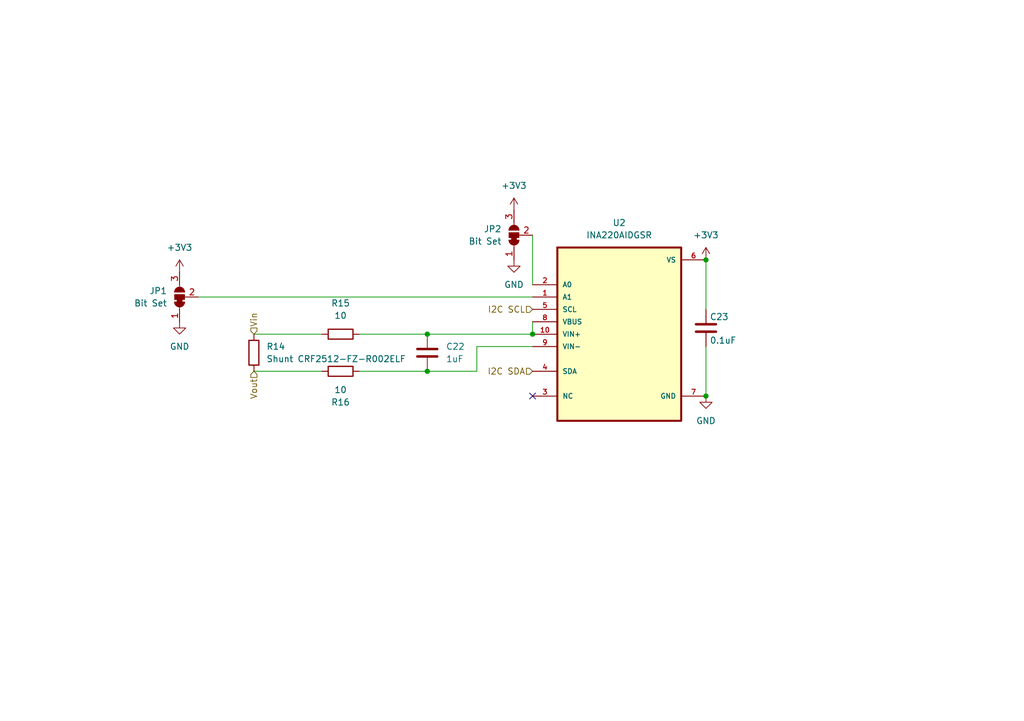
<source format=kicad_sch>
(kicad_sch (version 20231120) (generator "eeschema") (generator_version "8.0")
  (paper "A5")
  (lib_symbols
    (symbol "Current Sense:INA220AIDGSR" (pin_names (offset 1.016))
      (property "Reference" "U6" (at 0 22.86 0))
      (property "Value" "INA220AIDGSR" (at 0 20.32 0))
      (symbol "INA220AIDGSR_0_0"
        (rectangle (start -12.7 -17.78) (end 12.7 17.78) (stroke (width 0.41)) (fill (type background)))
        (pin input line (at -17.78 7.62 0) (length 5.08) (name "A1") (number "1"))
        (pin input line (at -17.78 0 0) (length 5.08) (name "VIN+") (number "10"))
        (pin input line (at -17.78 10.16 0) (length 5.08) (name "A0") (number "2"))
        (pin bidirectional line (at -17.78 -7.62 0) (length 5.08) (name "SDA") (number "4"))
        (pin input line (at -17.78 5.08 0) (length 5.08) (name "SCL") (number "5"))
        (pin power_in line (at 17.78 15.24 180) (length 5.08) (name "VS") (number "6"))
        (pin power_in line (at 17.78 -12.7 180) (length 5.08) (name "GND") (number "7"))
        (pin input line (at -17.78 2.54 0) (length 5.08) (name "VBUS") (number "8"))
        (pin input line (at -17.78 -2.54 0) (length 5.08) (name "VIN-") (number "9"))
      )
      (symbol "INA220AIDGSR_1_1"
        (pin input line (at -17.78 -12.7 0) (length 5.08) (name "NC") (number "3"))
      )
    )
    (symbol "Device:C" (pin_numbers hide) (pin_names (offset 0.254))
      (property "Reference" "C" (at 0.635 2.54 0))
      (property "Value" "C" (at 0.635 -2.54 0))
      (symbol "C_0_1"
        (polyline (pts (xy -2.032 -0.762) (xy 2.032 -0.762)) (stroke (width 0.508)))
        (polyline (pts (xy -2.032 0.762) (xy 2.032 0.762)) (stroke (width 0.508)))
      )
      (symbol "C_1_1"
        (pin passive line (at 0 3.81 270) (length 2.794) (name "~") (number "1"))
        (pin passive line (at 0 -3.81 90) (length 2.794) (name "~") (number "2"))
      )
    )
    (symbol "Device:R" (pin_numbers hide) (pin_names (offset 0))
      (property "Reference" "R" (at 2.032 0 90))
      (property "Value" "R" (at 0 0 90))
      (symbol "R_0_1"
        (rectangle (start -1.016 -2.54) (end 1.016 2.54) (stroke (width 0.254)))
      )
      (symbol "R_1_1"
        (pin passive line (at 0 3.81 270) (length 1.27) (name "~") (number "1"))
        (pin passive line (at 0 -3.81 90) (length 1.27) (name "~") (number "2"))
      )
    )
    (symbol "Jumper:SolderJumper_3_Bridged12" (pin_names (offset 0) hide) (exclude_from_sim yes) (in_bom no)
      (property "Reference" "JP" (at -2.54 -2.54 0))
      (property "Value" "SolderJumper_3_Bridged12" (at 0 2.794 0))
      (symbol "SolderJumper_3_Bridged12_0_1"
        (rectangle (start -1.016 0.508) (end -0.508 -0.508) (fill (type outline)))
        (arc (start -1.016 1.016) (mid -2.0276 0) (end -1.016 -1.016))
        (arc (start -1.016 1.016) (mid -2.0276 0) (end -1.016 -1.016) (fill (type outline)))
        (rectangle (start -0.508 1.016) (end 0.508 -1.016) (fill (type outline)))
        (polyline (pts (xy -2.54 0) (xy -2.032 0)))
        (polyline (pts (xy -1.016 1.016) (xy -1.016 -1.016)))
        (polyline (pts (xy 0 -1.27) (xy 0 -1.016)))
        (polyline (pts (xy 1.016 1.016) (xy 1.016 -1.016)))
        (polyline (pts (xy 2.54 0) (xy 2.032 0)))
        (arc (start 1.016 -1.016) (mid 2.0276 0) (end 1.016 1.016))
        (arc (start 1.016 -1.016) (mid 2.0276 0) (end 1.016 1.016) (fill (type outline)))
      )
      (symbol "SolderJumper_3_Bridged12_1_1"
        (pin passive line (at -5.08 0 0) (length 2.54) (name "A") (number "1"))
        (pin passive line (at 0 -3.81 90) (length 2.54) (name "C") (number "2"))
        (pin passive line (at 5.08 0 180) (length 2.54) (name "B") (number "3"))
      )
    )
    (symbol "power:+3V3" (power) (pin_numbers hide) (pin_names (offset 0) hide)
      (property "Value" "+3V3" (at 0 3.556 0))
      (symbol "+3V3_0_1"
        (polyline (pts (xy -0.762 1.27) (xy 0 2.54)))
        (polyline (pts (xy 0 0) (xy 0 2.54)))
        (polyline (pts (xy 0 2.54) (xy 0.762 1.27)))
      )
      (symbol "+3V3_1_1"
        (pin power_in line (at 0 0 90) (length 0) (name "~") (number "1"))
      )
    )
    (symbol "power:GND" (power) (pin_numbers hide) (pin_names (offset 0) hide)
      (property "Value" "GND" (at 0 -3.81 0))
      (symbol "GND_0_1"
        (polyline (pts (xy 0 0) (xy 0 -1.27) (xy 1.27 -1.27) (xy 0 -2.54) (xy -1.27 -1.27) (xy 0 -1.27)))
      )
      (symbol "GND_1_1"
        (pin power_in line (at 0 0 270) (length 0) (name "~") (number "1"))
      )
    )
  )
  (junction (at 109.22 68.58))
  (junction (at 144.78 53.34))
  (junction (at 87.63 68.58))
  (junction (at 144.78 81.28))
  (junction (at 87.63 76.2))
  (no_connect (at 109.22 81.28))
  (wire (pts (xy 144.78 53.34) (xy 144.78 63.5)))
  (wire (pts (xy 144.78 71.12) (xy 144.78 81.28)))
  (wire (pts (xy 87.63 76.2) (xy 97.79 76.2)))
  (wire (pts (xy 109.22 66.04) (xy 109.22 68.58)))
  (wire (pts (xy 109.22 48.26) (xy 109.22 58.42)))
  (wire (pts (xy 109.22 68.58) (xy 87.63 68.58)))
  (wire (pts (xy 52.07 68.58) (xy 66.04 68.58)))
  (wire (pts (xy 52.07 76.2) (xy 66.04 76.2)))
  (wire (pts (xy 97.79 71.12) (xy 109.22 71.12)))
  (wire (pts (xy 97.79 76.2) (xy 97.79 71.12)))
  (wire (pts (xy 40.64 60.96) (xy 109.22 60.96)))
  (wire (pts (xy 73.66 68.58) (xy 87.63 68.58)))
  (wire (pts (xy 73.66 76.2) (xy 87.63 76.2)))
  (hierarchical_label "I2C SDA" (shape input) (at 109.22 76.2 180))
  (hierarchical_label "I2C SCL" (shape input) (at 109.22 63.5 180))
  (hierarchical_label "Vout" (shape input) (at 52.07 76.2 270))
  (hierarchical_label "Vin" (shape input) (at 52.07 68.58 90))
  (symbol (lib_id "power:GND") (at 105.41 53.34 0) (unit 1)
    (property "Reference" "#PWR020" (effects (hide yes)))
    (property "Value" "GND" (at 105.41 58.42 0))
    (property "Description" "Power symbol creates a global label with name \"GND\" , ground" (effects (hide yes)))
  )
  (symbol (lib_id "Jumper:SolderJumper_3_Bridged12") (at 36.83 60.96 90) (unit 1) (exclude_from_sim yes) (in_bom no)
    (property "Reference" "JP1" (at 34.29 59.6899 90) (effects (justify left)))
    (property "Value" "Bit Set" (at 34.29 62.2299 90) (effects (justify left)))
    (property "Footprint" "Jumper:SolderJumper-3_P1.3mm_Bridged2Bar12_RoundedPad1.0x1.5mm" (effects (hide yes)))
    (property "Description" "3-pole Solder Jumper, pins 1+2 closed/bridged" (effects (hide yes)))
  )
  (symbol (lib_id "Jumper:SolderJumper_3_Bridged12") (at 105.41 48.26 90) (unit 1) (exclude_from_sim yes) (in_bom no)
    (property "Reference" "JP2" (at 102.87 46.9899 90) (effects (justify left)))
    (property "Value" "Bit Set" (at 102.87 49.5299 90) (effects (justify left)))
    (property "Footprint" "Jumper:SolderJumper-3_P1.3mm_Bridged2Bar12_RoundedPad1.0x1.5mm" (effects (hide yes)))
    (property "Description" "3-pole Solder Jumper, pins 1+2 closed/bridged" (effects (hide yes)))
  )
  (symbol (lib_id "power:+3V3") (at 36.83 55.88 0) (unit 1)
    (property "Reference" "#PWR017" (effects (hide yes)))
    (property "Value" "+3V3" (at 36.83 50.8 0))
    (property "Description" "Power symbol creates a global label with name \"+3V3\"" (effects (hide yes)))
  )
  (symbol (lib_id "Current Sense:INA220AIDGSR") (at 127 68.58 0) (unit 1)
    (property "Reference" "U2" (at 127 45.72 0))
    (property "Value" "INA220AIDGSR" (at 127 48.26 0))
    (property "Footprint" "INA220:SOP50P490X110-10N" (effects (hide yes)))
  )
  (symbol (lib_id "Device:C") (at 144.78 67.31 0) (unit 1)
    (property "Reference" "C23" (at 145.542 65.024 0) (effects (justify left)))
    (property "Value" "0.1uF" (at 145.542 69.85 0) (effects (justify left)))
    (property "Footprint" "Capacitor_SMD:C_0402_1005Metric_Pad0.74x0.62mm_HandSolder" (effects (hide yes)))
    (property "Description" "Unpolarized capacitor" (effects (hide yes)))
  )
  (symbol (lib_id "Device:R") (at 69.85 68.58 90) (unit 1)
    (property "Reference" "R15" (at 69.85 62.23 90))
    (property "Value" "10" (at 69.85 64.77 90))
    (property "Footprint" "Resistor_SMD:R_0402_1005Metric_Pad0.72x0.64mm_HandSolder" (effects (hide yes)))
    (property "Description" "Resistor" (effects (hide yes)))
  )
  (symbol (lib_id "Device:C") (at 87.63 72.39 0) (unit 1)
    (property "Reference" "C22" (at 91.44 71.1199 0) (effects (justify left)))
    (property "Value" "1uF" (at 91.44 73.6599 0) (effects (justify left)))
    (property "Footprint" "Capacitor_SMD:C_0402_1005Metric_Pad0.74x0.62mm_HandSolder" (effects (hide yes)))
    (property "Description" "Unpolarized capacitor" (effects (hide yes)))
  )
  (symbol (lib_id "Device:R") (at 52.07 72.39 0) (unit 1)
    (property "Reference" "R14" (at 54.61 71.1199 0) (effects (justify left)))
    (property "Value" "Shunt CRF2512-FZ-R002ELF" (at 54.61 73.6599 0) (effects (justify left)))
    (property "Footprint" "Resistor_SMD:R_2512_6332Metric_Pad1.40x3.35mm_HandSolder" (effects (hide yes)))
    (property "Description" "Resistor" (effects (hide yes)))
  )
  (symbol (lib_id "power:GND") (at 36.83 66.04 0) (unit 1)
    (property "Reference" "#PWR018" (effects (hide yes)))
    (property "Value" "GND" (at 36.83 71.12 0))
    (property "Description" "Power symbol creates a global label with name \"GND\" , ground" (effects (hide yes)))
  )
  (symbol (lib_id "Device:R") (at 69.85 76.2 90) (mirror x) (unit 1)
    (property "Reference" "R16" (at 69.85 82.55 90))
    (property "Value" "10" (at 69.85 80.01 90))
    (property "Footprint" "Resistor_SMD:R_0402_1005Metric_Pad0.72x0.64mm_HandSolder" (effects (hide yes)))
    (property "Description" "Resistor" (effects (hide yes)))
  )
  (symbol (lib_id "power:GND") (at 144.78 81.28 0) (unit 1)
    (property "Reference" "#PWR022" (effects (hide yes)))
    (property "Value" "GND" (at 144.78 86.36 0))
    (property "Description" "Power symbol creates a global label with name \"GND\" , ground" (effects (hide yes)))
  )
  (symbol (lib_id "power:+3V3") (at 105.41 43.18 0) (unit 1)
    (property "Reference" "#PWR019" (effects (hide yes)))
    (property "Value" "+3V3" (at 105.41 38.1 0))
    (property "Description" "Power symbol creates a global label with name \"+3V3\"" (effects (hide yes)))
  )
  (symbol (lib_id "power:+3V3") (at 144.78 53.34 0) (unit 1)
    (property "Reference" "#PWR021" (effects (hide yes)))
    (property "Value" "+3V3" (at 144.78 48.26 0))
    (property "Description" "Power symbol creates a global label with name \"+3V3\"" (effects (hide yes)))
  )
)
</source>
